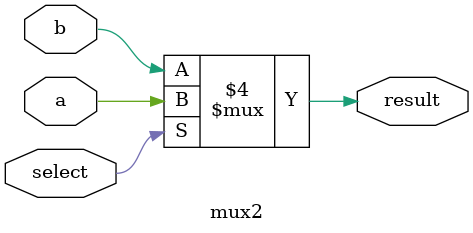
<source format=v>
module mux1(a,b,select,result);
   input a;
   input b;
   input select;
   output result;

   assign result = (select) ? b : a;
endmodule

module mux2(a,b,select,result);
   input a;
   input b;
   input select;
   output result;

   reg result;
   always @(a or b or select)
     begin
       if(select == 0)
         result =  b;
       else
         result = a;
     end
endmodule

</source>
